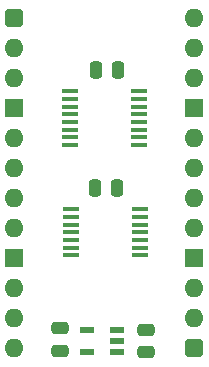
<source format=gts>
%TF.GenerationSoftware,KiCad,Pcbnew,7.0.5*%
%TF.CreationDate,2024-01-27T16:37:14+02:00*%
%TF.ProjectId,Sound Address Decode,536f756e-6420-4416-9464-726573732044,rev?*%
%TF.SameCoordinates,Original*%
%TF.FileFunction,Soldermask,Top*%
%TF.FilePolarity,Negative*%
%FSLAX46Y46*%
G04 Gerber Fmt 4.6, Leading zero omitted, Abs format (unit mm)*
G04 Created by KiCad (PCBNEW 7.0.5) date 2024-01-27 16:37:14*
%MOMM*%
%LPD*%
G01*
G04 APERTURE LIST*
G04 Aperture macros list*
%AMRoundRect*
0 Rectangle with rounded corners*
0 $1 Rounding radius*
0 $2 $3 $4 $5 $6 $7 $8 $9 X,Y pos of 4 corners*
0 Add a 4 corners polygon primitive as box body*
4,1,4,$2,$3,$4,$5,$6,$7,$8,$9,$2,$3,0*
0 Add four circle primitives for the rounded corners*
1,1,$1+$1,$2,$3*
1,1,$1+$1,$4,$5*
1,1,$1+$1,$6,$7*
1,1,$1+$1,$8,$9*
0 Add four rect primitives between the rounded corners*
20,1,$1+$1,$2,$3,$4,$5,0*
20,1,$1+$1,$4,$5,$6,$7,0*
20,1,$1+$1,$6,$7,$8,$9,0*
20,1,$1+$1,$8,$9,$2,$3,0*%
G04 Aperture macros list end*
%ADD10R,1.475000X0.450000*%
%ADD11RoundRect,0.250000X0.475000X-0.250000X0.475000X0.250000X-0.475000X0.250000X-0.475000X-0.250000X0*%
%ADD12RoundRect,0.250000X0.250000X0.475000X-0.250000X0.475000X-0.250000X-0.475000X0.250000X-0.475000X0*%
%ADD13R,1.450000X0.450000*%
%ADD14RoundRect,0.250000X-0.475000X0.250000X-0.475000X-0.250000X0.475000X-0.250000X0.475000X0.250000X0*%
%ADD15R,1.150000X0.600000*%
%ADD16RoundRect,0.400000X-0.400000X-0.400000X0.400000X-0.400000X0.400000X0.400000X-0.400000X0.400000X0*%
%ADD17O,1.600000X1.600000*%
%ADD18R,1.600000X1.600000*%
G04 APERTURE END LIST*
D10*
%TO.C,IC4*%
X93683600Y-74656400D03*
X93683600Y-75306400D03*
X93683600Y-75956400D03*
X93683600Y-76606400D03*
X93683600Y-77256400D03*
X93683600Y-77906400D03*
X93683600Y-78556400D03*
X99559600Y-78556400D03*
X99559600Y-77906400D03*
X99559600Y-77256400D03*
X99559600Y-76606400D03*
X99559600Y-75956400D03*
X99559600Y-75306400D03*
X99559600Y-74656400D03*
%TD*%
D11*
%TO.C,C8*%
X100025200Y-86766400D03*
X100025200Y-84866400D03*
%TD*%
D12*
%TO.C,C3*%
X97581000Y-72816000D03*
X95681000Y-72816000D03*
%TD*%
%TO.C,C2*%
X97708000Y-62839600D03*
X95808000Y-62839600D03*
%TD*%
D13*
%TO.C,IC1*%
X93595000Y-64654000D03*
X93595000Y-65304000D03*
X93595000Y-65954000D03*
X93595000Y-66604000D03*
X93595000Y-67254000D03*
X93595000Y-67904000D03*
X93595000Y-68554000D03*
X93595000Y-69204000D03*
X99445000Y-69204000D03*
X99445000Y-68554000D03*
X99445000Y-67904000D03*
X99445000Y-67254000D03*
X99445000Y-66604000D03*
X99445000Y-65954000D03*
X99445000Y-65304000D03*
X99445000Y-64654000D03*
%TD*%
D14*
%TO.C,C9*%
X92760800Y-84746000D03*
X92760800Y-86646000D03*
%TD*%
D15*
%TO.C,IC5*%
X97616800Y-86757000D03*
X97616800Y-85807000D03*
X97616800Y-84857000D03*
X95016800Y-84857000D03*
X95016800Y-86757000D03*
%TD*%
D16*
%TO.C,J1*%
X88900000Y-58420000D03*
D17*
X88900000Y-60960000D03*
X88900000Y-63500000D03*
D18*
X88900000Y-66040000D03*
D17*
X88900000Y-68580000D03*
X88900000Y-71120000D03*
X88900000Y-73660000D03*
X88900000Y-76200000D03*
D18*
X88900000Y-78740000D03*
D17*
X88900000Y-81280000D03*
X88900000Y-83820000D03*
X88900000Y-86360000D03*
D16*
X104140000Y-86360000D03*
D17*
X104140000Y-83820000D03*
X104140000Y-81280000D03*
D18*
X104140000Y-78740000D03*
D17*
X104140000Y-76200000D03*
X104140000Y-73660000D03*
X104140000Y-71120000D03*
X104140000Y-68580000D03*
D18*
X104140000Y-66040000D03*
D17*
X104140000Y-63500000D03*
X104140000Y-60960000D03*
X104140000Y-58420000D03*
%TD*%
M02*

</source>
